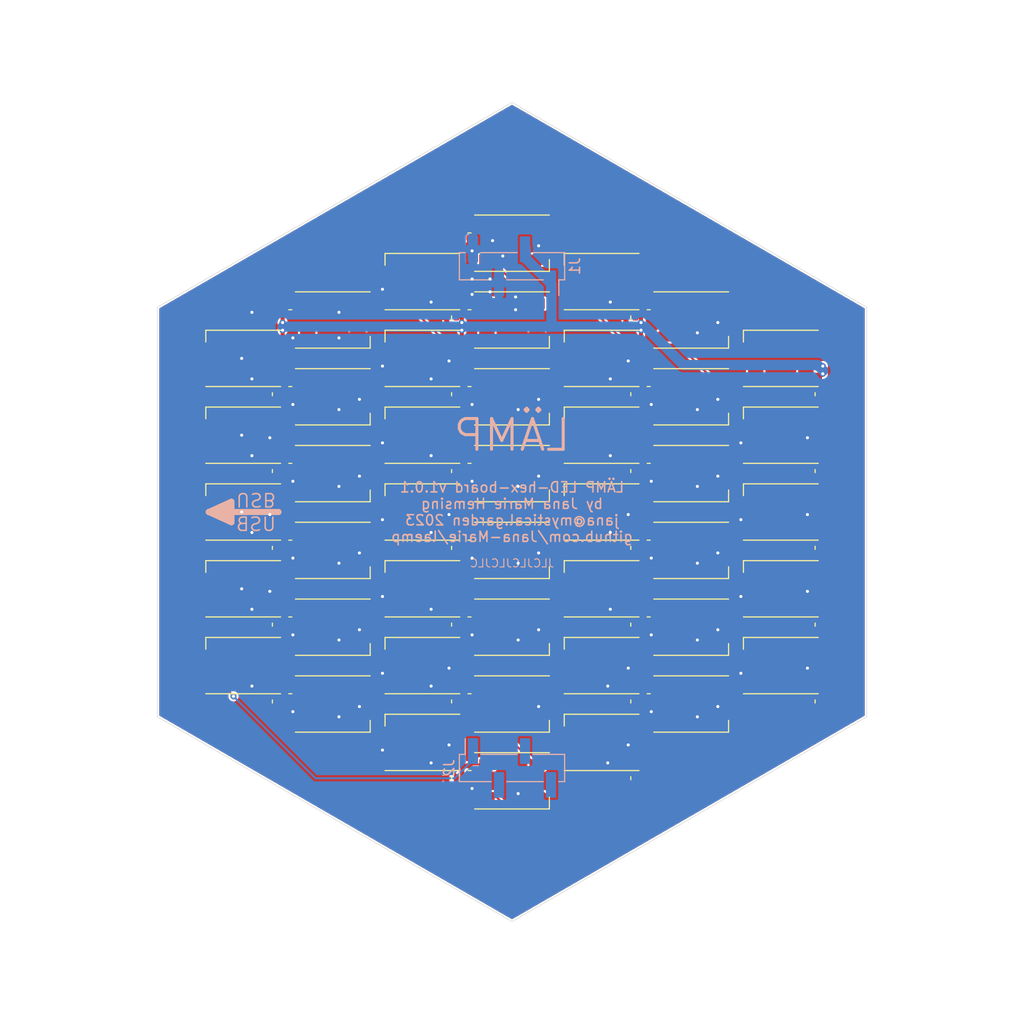
<source format=kicad_pcb>
(kicad_pcb (version 20211014) (generator pcbnew)
  (layers (0 "F.Cu" signal) (31 "B.Cu" signal) (34 "B.Paste" user) (35 "F.Paste" user) (36 "B.SilkS" user "B.Silkscreen") (37 "F.SilkS" user "F.Silkscreen") (38 "B.Mask" user) (39 "F.Mask" user) (44 "Edge.Cuts" user))
  (net 0 "")
  (net 1 "GND")
  (net 2 "VBUS")
  (net 3 "Net-(D1-Pad4)")
  (net 4 "DIN")
  (net 5 "Net-(D2-Pad4)")
  (net 6 "Net-(D25-Pad4)")
  (net 7 "Net-(D4-Pad4)")
  (net 8 "Net-(D5-Pad4)")
  (net 9 "Net-(D6-Pad4)")
  (net 10 "Net-(D7-Pad4)")
  (net 11 "Net-(D8-Pad4)")
  (net 12 "Net-(D10-Pad2)")
  (net 13 "Net-(D10-Pad4)")
  (net 14 "Net-(D11-Pad4)")
  (net 15 "Net-(D12-Pad4)")
  (net 16 "Net-(D13-Pad4)")
  (net 17 "Net-(D14-Pad4)")
  (net 18 "Net-(D15-Pad4)")
  (net 19 "Net-(D16-Pad4)")
  (net 20 "Net-(D17-Pad4)")
  (net 21 "Net-(D18-Pad4)")
  (net 22 "Net-(D19-Pad4)")
  (net 23 "Net-(D20-Pad4)")
  (net 24 "Net-(D21-Pad4)")
  (net 25 "Net-(D22-Pad4)")
  (net 26 "Net-(D23-Pad4)")
  (net 27 "Net-(D24-Pad4)")
  (net 28 "Net-(D26-Pad4)")
  (net 29 "Net-(D27-Pad4)")
  (net 30 "Net-(D28-Pad4)")
  (net 31 "Net-(D29-Pad4)")
  (net 32 "Net-(D30-Pad4)")
  (net 33 "Net-(D31-Pad4)")
  (net 34 "Net-(D32-Pad4)")
  (net 35 "Net-(D33-Pad4)")
  (net 36 "Net-(D34-Pad4)")
  (net 37 "Net-(D35-Pad4)")
  (net 38 "Net-(D36-Pad4)")
  (net 39 "Net-(D37-Pad4)")
  (net 40 "Net-(D38-Pad4)")
  (net 41 "Net-(D39-Pad4)")
  (net 42 "Net-(D40-Pad4)")
  (net 43 "Net-(D41-Pad4)")
  (net 44 "Net-(D42-Pad4)")
  (net 45 "Net-(D43-Pad4)")
  (net 46 "Net-(D44-Pad4)")
  (net 47 "Net-(D26-Pad2)")
  (net 48 "Net-(J2-Pad4)")
  (net 49 "Net-(J2-Pad2)")
  (net 50 "Net-(J2-Pad3)")
  (footprint "otter:C_0402" (layer "F.Cu") (at 95.85 95.25 -90)
    (fp_text reference "C1" hide)
    (fp_text value "100n" hide)
  )
  (footprint "otter:C_0402" (layer "F.Cu") (at 78.35 80.25 -90)
    (fp_text reference "C2" hide)
    (fp_text value "100n" hide)
  )
  (footprint "otter:C_0402" (layer "F.Cu") (at 76.6 103.5 180)
    (fp_text reference "C4" hide)
    (fp_text value "100n" hide)
  )
  (footprint "otter:C_0402" (layer "F.Cu") (at 94.1 81 180)
    (fp_text reference "C5" hide)
    (fp_text value "100n" hide)
  )
  (footprint "otter:C_0402" (layer "F.Cu") (at 113.35 80.25 -90)
    (fp_text reference "C6" hide)
    (fp_text value "100n" hide)
  )
  (footprint "otter:C_0402" (layer "F.Cu") (at 95.85 87.75 -90)
    (fp_text reference "C7" hide)
    (fp_text value "100n" hide)
  )
  (footprint "otter:C_0402" (layer "F.Cu") (at 94.1 111 180)
    (fp_text reference "C8" hide)
    (fp_text value "100n" hide)
  )
  (footprint "otter:C_0402" (layer "F.Cu") (at 76.6 88.5 180)
    (fp_text reference "C9" hide)
    (fp_text value "100n" hide)
  )
  (footprint "otter:C_0402" (layer "F.Cu") (at 78.35 87.75 -90)
    (fp_text reference "C10" hide)
    (fp_text value "100n" hide)
  )
  (footprint "otter:C_0402" (layer "F.Cu") (at 76.6 96 180)
    (fp_text reference "C11" hide)
    (fp_text value "100n" hide)
  )
  (footprint "otter:C_0402" (layer "F.Cu") (at 111.6 103.5 180)
    (fp_text reference "C12" hide)
    (fp_text value "100n" hide)
  )
  (footprint "otter:C_0402" (layer "F.Cu") (at 111.6 96 180)
    (fp_text reference "C13" hide)
    (fp_text value "100n" hide)
  )
  (footprint "otter:C_0402" (layer "F.Cu") (at 94.1 126 180)
    (fp_text reference "C14" hide)
    (fp_text value "100n" hide)
  )
  (footprint "otter:C_0402" (layer "F.Cu") (at 94.1 103.5 180)
    (fp_text reference "C15" hide)
    (fp_text value "100n" hide)
  )
  (footprint "otter:C_0402" (layer "F.Cu") (at 113.35 117.75 -90)
    (fp_text reference "C16" hide)
    (fp_text value "100n" hide)
  )
  (footprint "otter:C_0402" (layer "F.Cu") (at 94.1 96 180)
    (fp_text reference "C17" hide)
    (fp_text value "100n" hide)
  )
  (footprint "otter:C_0402" (layer "F.Cu") (at 94.1 88.5 180)
    (fp_text reference "C18" hide)
    (fp_text value "100n" hide)
  )
  (footprint "otter:C_0402" (layer "F.Cu") (at 76.6 111 180)
    (fp_text reference "C19" hide)
    (fp_text value "100n" hide)
  )
  (footprint "otter:C_0402" (layer "F.Cu") (at 111.6 126 180)
    (fp_text reference "C20" hide)
    (fp_text value "100n" hide)
  )
  (footprint "otter:C_0402" (layer "F.Cu") (at 111.6 118.5 180)
    (fp_text reference "C21" hide)
    (fp_text value "100n" hide)
  )
  (footprint "otter:C_0402" (layer "F.Cu") (at 111.6 111 180)
    (fp_text reference "C22" hide)
    (fp_text value "100n" hide)
  )
  (footprint "otter:C_0402" (layer "F.Cu") (at 111.6 81 180)
    (fp_text reference "C23" hide)
    (fp_text value "100n" hide)
  )
  (footprint "otter:C_0402" (layer "F.Cu") (at 95.85 72.75 -90)
    (fp_text reference "C24" hide)
    (fp_text value "100n" hide)
  )
  (footprint "otter:C_0402" (layer "F.Cu") (at 78.35 110.25 -90)
    (fp_text reference "C25" hide)
    (fp_text value "100n" hide)
  )
  (footprint "otter:C_0402" (layer "F.Cu") (at 78.35 95.25 -90)
    (fp_text reference "C3" hide)
    (fp_text value "100n" hide)
  )
  (footprint "otter:C_0402" (layer "F.Cu") (at 113.35 110.25 -90)
    (fp_text reference "C26" hide)
    (fp_text value "100n" hide)
  )
  (footprint "otter:C_0402" (layer "F.Cu") (at 95.85 80.25 -90)
    (fp_text reference "C27" hide)
    (fp_text value "100n" hide)
  )
  (footprint "otter:C_0402" (layer "F.Cu") (at 113.35 102.75 -90)
    (fp_text reference "C28" hide)
    (fp_text value "100n" hide)
  )
  (footprint "otter:C_0402" (layer "F.Cu") (at 113.35 95.25 -90)
    (fp_text reference "C29" hide)
    (fp_text value "100n" hide)
  )
  (footprint "otter:C_0402" (layer "F.Cu") (at 78.35 102.75 -90)
    (fp_text reference "C30" hide)
    (fp_text value "100n" hide)
  )
  (footprint "otter:C_0402" (layer "F.Cu") (at 95.85 102.75 -90)
    (fp_text reference "C31" hide)
    (fp_text value "100n" hide)
  )
  (footprint "otter:C_0402" (layer "F.Cu") (at 129.6 111 180)
    (fp_text reference "C32" hide)
    (fp_text value "100n" hide)
  )
  (footprint "otter:C_0402" (layer "F.Cu") (at 94.1 118.5 180)
    (fp_text reference "C33" hide)
    (fp_text value "100n" hide)
  )
  (footprint "otter:C_0402" (layer "F.Cu") (at 95.85 110.25 -90)
    (fp_text reference "C34" hide)
    (fp_text value "100n" hide)
  )
  (footprint "otter:C_0402" (layer "F.Cu") (at 113.35 87.75 -90)
    (fp_text reference "C35" hide)
    (fp_text value "100n" hide)
  )
  (footprint "otter:C_0402" (layer "F.Cu") (at 111.6 88.5 180)
    (fp_text reference "C36" hide)
    (fp_text value "100n" hide)
  )
  (footprint "otter:C_0402" (layer "F.Cu") (at 78.35 117.75 -90)
    (fp_text reference "C37" hide)
    (fp_text value "100n" hide)
  )
  (footprint "otter:C_0402" (layer "F.Cu") (at 95.85 117.75 -90)
    (fp_text reference "C38" hide)
    (fp_text value "100n" hide)
  )
  (footprint "otter:C_0402" (layer "F.Cu") (at 95.85 125.25 -90)
    (fp_text reference "C39" hide)
    (fp_text value "100n" hide)
  )
  (footprint "otter:C_0402" (layer "F.Cu") (at 76.6 118.5 180)
    (fp_text reference "C40" hide)
    (fp_text value "100n" hide)
  )
  (footprint "otter:C_0402" (layer "F.Cu") (at 129.6 118.5 180)
    (fp_text reference "C41" hide)
    (fp_text value "100n" hide)
  )
  (footprint "LED_SMD:LED_SK6812_PLCC4_5.0x5.0mm_P3.2mm" (layer "F.Cu") (at 73.75 115 180)
    (fp_text reference "D1" hide)
    (fp_text value "SK6812")
  )
  (footprint "LED_SMD:LED_SK6812_PLCC4_5.0x5.0mm_P3.2mm" (layer "F.Cu") (at 73.75 107.5 180)
    (fp_text reference "D2" hide)
    (fp_text value "SK6812")
  )
  (footprint "LED_SMD:LED_SK6812_PLCC4_5.0x5.0mm_P3.2mm" (layer "F.Cu") (at 73.75 92.5 180)
    (fp_text reference "D5" hide)
    (fp_text value "SK6812")
  )
  (footprint "LED_SMD:LED_SK6812_PLCC4_5.0x5.0mm_P3.2mm" (layer "F.Cu") (at 73.75 85 180)
    (fp_text reference "D6" hide)
    (fp_text value "SK6812")
  )
  (footprint "LED_SMD:LED_SK6812_PLCC4_5.0x5.0mm_P3.2mm" (layer "F.Cu") (at 82.5 81.25)
    (fp_text reference "D7" hide)
    (fp_text value "SK6812")
  )
  (footprint "LED_SMD:LED_SK6812_PLCC4_5.0x5.0mm_P3.2mm" (layer "F.Cu") (at 82.5 88.75)
    (fp_text reference "D8" hide)
    (fp_text value "SK6812")
  )
  (footprint "LED_SMD:LED_SK6812_PLCC4_5.0x5.0mm_P3.2mm" (layer "F.Cu") (at 82.5 96.25)
    (fp_text reference "D9" hide)
    (fp_text value "SK6812")
  )
  (footprint "LED_SMD:LED_SK6812_PLCC4_5.0x5.0mm_P3.2mm" (layer "F.Cu") (at 82.5 111.25)
    (fp_text reference "D11" hide)
    (fp_text value "SK6812")
  )
  (footprint "LED_SMD:LED_SK6812_PLCC4_5.0x5.0mm_P3.2mm" (layer "F.Cu") (at 82.5 118.75)
    (fp_text reference "D12" hide)
    (fp_text value "SK6812")
  )
  (footprint "LED_SMD:LED_SK6812_PLCC4_5.0x5.0mm_P3.2mm" (layer "F.Cu") (at 91.25 122.5 180)
    (fp_text reference "D13" hide)
    (fp_text value "SK6812")
  )
  (footprint "LED_SMD:LED_SK6812_PLCC4_5.0x5.0mm_P3.2mm" (layer "F.Cu") (at 91.25 115 180)
    (fp_text reference "D14" hide)
    (fp_text value "SK6812")
  )
  (footprint "LED_SMD:LED_SK6812_PLCC4_5.0x5.0mm_P3.2mm" (layer "F.Cu") (at 91.25 107.5 180)
    (fp_text reference "D15" hide)
    (fp_text value "SK6812")
  )
  (footprint "LED_SMD:LED_SK6812_PLCC4_5.0x5.0mm_P3.2mm" (layer "F.Cu") (at 91.25 100 180)
    (fp_text reference "D16" hide)
    (fp_text value "SK6812")
  )
  (footprint "LED_SMD:LED_SK6812_PLCC4_5.0x5.0mm_P3.2mm" (layer "F.Cu") (at 91.25 92.5 180)
    (fp_text reference "D17" hide)
    (fp_text value "SK6812")
  )
  (footprint "LED_SMD:LED_SK6812_PLCC4_5.0x5.0mm_P3.2mm" (layer "F.Cu") (at 91.25 85 180)
    (fp_text reference "D18" hide)
    (fp_text value "SK6812")
  )
  (footprint "LED_SMD:LED_SK6812_PLCC4_5.0x5.0mm_P3.2mm" (layer "F.Cu") (at 91.25 77.5 180)
    (fp_text reference "D19" hide)
    (fp_text value "SK6812")
  )
  (footprint "LED_SMD:LED_SK6812_PLCC4_5.0x5.0mm_P3.2mm" (layer "F.Cu") (at 100 73.75)
    (fp_text reference "D20" hide)
    (fp_text value "SK6812")
  )
  (footprint "LED_SMD:LED_SK6812_PLCC4_5.0x5.0mm_P3.2mm" (layer "F.Cu") (at 100 81.25)
    (fp_text reference "D21" hide)
    (fp_text value "SK6812")
  )
  (footprint "LED_SMD:LED_SK6812_PLCC4_5.0x5.0mm_P3.2mm" (layer "F.Cu") (at 100 88.75)
    (fp_text reference "D22" hide)
    (fp_text value "SK6812")
  )
  (footprint "LED_SMD:LED_SK6812_PLCC4_5.0x5.0mm_P3.2mm" (layer "F.Cu") (at 100 96.25)
    (fp_text reference "D23" hide)
    (fp_text value "SK6812")
  )
  (footprint "LED_SMD:LED_SK6812_PLCC4_5.0x5.0mm_P3.2mm" (layer "F.Cu") (at 100 103.75)
    (fp_text reference "D24" hide)
    (fp_text value "SK6812")
  )
  (footprint "LED_SMD:LED_SK6812_PLCC4_5.0x5.0mm_P3.2mm" (layer "F.Cu") (at 100 111.25)
    (fp_text reference "D25" hide)
    (fp_text value "SK6812")
  )
  (footprint "LED_SMD:LED_SK6812_PLCC4_5.0x5.0mm_P3.2mm" (layer "F.Cu") (at 100 118.75)
    (fp_text reference "D3" hide)
    (fp_text value "SK6812")
  )
  (footprint "LED_SMD:LED_SK6812_PLCC4_5.0x5.0mm_P3.2mm" (layer "F.Cu") (at 100 126.25)
    (fp_text reference "D26" hide)
    (fp_text value "SK6812")
  )
  (footprint "LED_SMD:LED_SK6812_PLCC4_5.0x5.0mm_P3.2mm" (layer "F.Cu") (at 108.75 122.5 180)
    (fp_text reference "D27" hide)
    (fp_text value "SK6812")
  )
  (footprint "LED_SMD:LED_SK6812_PLCC4_5.0x5.0mm_P3.2mm" (layer "F.Cu") (at 108.75 115 180)
    (fp_text reference "D28" hide)
    (fp_text value "SK6812")
  )
  (footprint "LED_SMD:LED_SK6812_PLCC4_5.0x5.0mm_P3.2mm" (layer "F.Cu") (at 108.75 107.5 180)
    (fp_text reference "D29" hide)
    (fp_text value "SK6812")
  )
  (footprint "LED_SMD:LED_SK6812_PLCC4_5.0x5.0mm_P3.2mm" (layer "F.Cu") (at 108.75 100 180)
    (fp_text reference "D30" hide)
    (fp_text value "SK6812")
  )
  (footprint "LED_SMD:LED_SK6812_PLCC4_5.0x5.0mm_P3.2mm" (layer "F.Cu") (at 108.75 92.5 180)
    (fp_text reference "D31" hide)
    (fp_text value "SK6812")
  )
  (footprint "LED_SMD:LED_SK6812_PLCC4_5.0x5.0mm_P3.2mm" (layer "F.Cu") (at 108.75 85 180)
    (fp_text reference "D32" hide)
    (fp_text value "SK6812")
  )
  (footprint "LED_SMD:LED_SK6812_PLCC4_5.0x5.0mm_P3.2mm" (layer "F.Cu") (at 108.75 77.5 180)
    (fp_text reference "D33" hide)
    (fp_text value "SK6812")
  )
  (footprint "LED_SMD:LED_SK6812_PLCC4_5.0x5.0mm_P3.2mm" (layer "F.Cu") (at 117.5 81.25)
    (fp_text reference "D34" hide)
    (fp_text value "SK6812")
  )
  (footprint "LED_SMD:LED_SK6812_PLCC4_5.0x5.0mm_P3.2mm" (layer "F.Cu") (at 117.5 88.75)
    (fp_text reference "D35" hide)
    (fp_text value "SK6812")
  )
  (footprint "LED_SMD:LED_SK6812_PLCC4_5.0x5.0mm_P3.2mm" (layer "F.Cu") (at 117.5 96.25)
    (fp_text reference "D36" hide)
    (fp_text value "SK6812")
  )
  (footprint "LED_SMD:LED_SK6812_PLCC4_5.0x5.0mm_P3.2mm" (layer "F.Cu") (at 117.5 103.75)
    (fp_text reference "D37" hide)
    (fp_text value "SK6812")
  )
  (footprint "LED_SMD:LED_SK6812_PLCC4_5.0x5.0mm_P3.2mm" (layer "F.Cu") (at 117.5 111.25)
    (fp_text reference "D38" hide)
    (fp_text value "SK6812")
  )
  (footprint "LED_SMD:LED_SK6812_PLCC4_5.0x5.0mm_P3.2mm" (layer "F.Cu") (at 117.5 118.75)
    (fp_text reference "D39" hide)
    (fp_text value "SK6812")
  )
  (footprint "LED_SMD:LED_SK6812_PLCC4_5.0x5.0mm_P3.2mm" (layer "F.Cu") (at 126.25 115 180)
    (fp_text reference "D40" hide)
    (fp_text value "SK6812")
  )
  (footprint "LED_SMD:LED_SK6812_PLCC4_5.0x5.0mm_P3.2mm" (layer "F.Cu") (at 126.25 107.5 180)
    (fp_text reference "D41" hide)
    (fp_text value "SK6812")
  )
  (footprint "LED_SMD:LED_SK6812_PLCC4_5.0x5.0mm_P3.2mm" (layer "F.Cu") (at 82.5 103.75)
    (fp_text reference "D10" hide)
    (fp_text value "SK6812")
  )
  (footprint "otter:C_0402" (layer "F.Cu") (at 129.6 96 180)
    (fp_text reference "C42" hide)
    (fp_text value "100n" hide)
  )
  (footprint "otter:C_0402" (layer "F.Cu") (at 129.6 103.5 180)
    (fp_text reference "C44" hide)
    (fp_text value "100n" hide)
  )
  (footprint "LED_SMD:LED_SK6812_PLCC4_5.0x5.0mm_P3.2mm" (layer "F.Cu") (at 126.25 100 180)
    (fp_text reference "D42" hide)
    (fp_text value "SK6812")
  )
  (footprint "LED_SMD:LED_SK6812_PLCC4_5.0x5.0mm_P3.2mm" (layer "F.Cu") (at 126.25 92.5 180)
    (fp_text reference "D43" hide)
    (fp_text value "SK6812")
  )
  (footprint "LED_SMD:LED_SK6812_PLCC4_5.0x5.0mm_P3.2mm" (layer "F.Cu") (at 126.25 85 180)
    (fp_text reference "D44" hide)
    (fp_text value "SK6812")
  )
  (footprint "otter:C_0402" (layer "F.Cu") (at 129.6 88.5 180)
    (fp_text reference "C43" hide)
    (fp_text value "100n" hide)
  )
  (footprint "LED_SMD:LED_SK6812_PLCC4_5.0x5.0mm_P3.2mm" (layer "F.Cu") (at 73.75 100 180)
    (fp_text reference "D4" hide)
    (fp_text value "SK6812")
  )
  (footprint "Connector_PinHeader_2.54mm:PinHeader_1x04_P2.54mm_Vertical_SMD_Pin1Left" (layer "B.Cu") (at 100 76 90)
    (fp_text reference "J1")
    (fp_text value "Conn_01x04")
  )
  (footprint "Connector_PinHeader_2.54mm:PinHeader_1x04_P2.54mm_Vertical_SMD_Pin1Left" (layer "B.Cu") (at 100 125 -90)
    (fp_text reference "J2")
    (fp_text value "Conn_01x04")
  )
  (gr_line (start 72.6 99.6) (end 70.4 100) (layer "B.SilkS") (width 0.6))
  (gr_line (start 70.4 100) (end 72.6 99) (layer "B.SilkS") (width 0.6))
  (gr_line (start 70.4 100) (end 77.2 100) (layer "B.SilkS") (width 0.6))
  (gr_line (start 72.6 99) (end 72.6 101) (layer "B.SilkS") (width 0.6))
  (gr_line (start 72.6 101) (end 70.4 100) (layer "B.SilkS") (width 0.6))
  (gr_line (start 72.6 100.6) (end 70.4 100) (layer "B.SilkS") (width 0.6))
  (gr_line (start 100.000016 60) (end 65.359 80) (layer "Edge.Cuts") (width 0.05))
  (gr_line (start 65.359 80) (end 65.359 120) (layer "Edge.Cuts") (width 0.05))
  (gr_line (start 134.641032 80) (end 100.000016 60) (layer "Edge.Cuts") (width 0.05))
  (gr_line (start 100.000016 140) (end 134.641032 120) (layer "Edge.Cuts") (width 0.05))
  (gr_line (start 134.641032 120) (end 134.641032 80) (layer "Edge.Cuts") (width 0.05))
  (gr_line (start 65.359 120) (end 100.000016 140) (layer "Edge.Cuts") (width 0.05))
  (gr_text "USB" (at 75 98.8 180) (layer "B.SilkS") (effects (font (size 1.3 1.3)) (justify mirror)))
  (gr_text "LÄMP" (at 100 92.5) (layer "B.SilkS") (effects (font (size 3 3) (thickness 0.3)) (justify mirror)))
  (gr_text "LÄMP LED-hex-board v1.0.1\nby Jana Marie Hemsing\njana@mystical.garden 2023\ngithub.com/Jana-Marie/laemp" (at 100 100) (layer "B.SilkS") (effects (font (size 1 1)) (justify mirror)))
  (gr_text "USB" (at 75 101.2) (layer "B.SilkS") (effects (font (size 1.3 1.3)) (justify mirror)))
  (gr_text "JLCJLCJLCJLC" (at 100 105) (layer "B.SilkS") (effects (font (size 0.8 0.8) (thickness 0.1)) (justify mirror)))
  (via (at 102.6 89) (size 0.6) (drill 0.3) (layers "F.Cu" "B.Cu") (net 1))
  (via (at 100.6 90) (size 0.6) (drill 0.3) (layers "F.Cu" "B.Cu") (net 1))
  (via (at 96.1 89.5) (size 0.6) (drill 0.3) (layers "F.Cu" "B.Cu") (net 1))
  (via (at 96.1 112) (size 0.6) (drill 0.3) (layers "F.Cu" "B.Cu") (net 1))
  (via (at 102.6 119) (size 0.6) (drill 0.3) (layers "F.Cu" "B.Cu") (net 1))
  (via (at 113.6 119.5) (size 0.6) (drill 0.3) (layers "F.Cu" "B.Cu") (net 1))
  (via (at 100.6 112.5) (size 0.6) (drill 0.3) (layers "F.Cu" "B.Cu") (net 1))
  (via (at 102.6 111.5) (size 0.6) (drill 0.3) (layers "F.Cu" "B.Cu") (net 1))
  (via (at 109.35 124.5) (size 0.6) (drill 0.3) (layers "F.Cu" "B.Cu") (net 1))
  (via (at 87.35 100.75) (size 0.6) (drill 0.3) (layers "F.Cu" "B.Cu") (net 1))
  (via (at 92.1 109.5) (size 0.6) (drill 0.3) (layers "F.Cu" "B.Cu") (net 1))
  (via (at 92.1 102) (size 0.6) (drill 0.3) (layers "F.Cu" "B.Cu") (net 1))
  (via (at 93.85 100.25) (size 0.6) (drill 0.3) (layers "F.Cu" "B.Cu") (net 1))
  (via (at 87.35 108.25) (size 0.6) (drill 0.3) (layers "F.Cu" "B.Cu") (net 1))
  (via (at 76.35 100.25) (size 0.6) (drill 0.3) (layers "F.Cu" "B.Cu") (net 1))
  (via (at 92.1 79.5) (size 0.6) (drill 0.3) (layers "F.Cu" "B.Cu") (net 1))
  (via (at 92.1 94.5) (size 0.6) (drill 0.3) (layers "F.Cu" "B.Cu") (net 1))
  (via (at 85.1 111.5) (size 0.6) (drill 0.3) (layers "F.Cu" "B.Cu") (net 1))
  (via (at 118.1 82.5) (size 0.6) (drill 0.3) (layers "F.Cu" "B.Cu") (net 1))
  (via (at 118.1 97.5) (size 0.6) (drill 0.3) (layers "F.Cu" "B.Cu") (net 1))
  (via (at 111.35 85.25) (size 0.6) (drill 0.3) (layers "F.Cu" "B.Cu") (net 1))
  (via (at 96.1 97) (size 0.6) (drill 0.3) (layers "F.Cu" "B.Cu") (net 1))
  (via (at 128.85 107.75) (size 0.6) (drill 0.3) (layers "F.Cu" "B.Cu") (net 1))
  (via (at 122.35 115.75) (size 0.6) (drill 0.3) (layers "F.Cu" "B.Cu") (net 1))
  (via (at 73.6 100) (size 0.6) (drill 0.3) (layers "F.Cu" "B.Cu") (net 1))
  (via (at 73.6 92.5) (size 0.6) (drill 0.3) (layers "F.Cu" "B.Cu") (net 1))
  (via (at 78.6 112) (size 0.6) (drill 0.3) (layers "F.Cu" "B.Cu") (net 1))
  (via (at 74.6 117) (size 0.6) (drill 0.3) (layers "F.Cu" "B.Cu") (net 1))
  (via (at 87.35 123.25) (size 0.6) (drill 0.3) (layers "F.Cu" "B.Cu") (net 1))
  (via (at 118.1 105) (size 0.6) (drill 0.3) (layers "F.Cu" "B.Cu") (net 1))
  (via (at 73.6 85) (size 0.6) (drill 0.3) (layers "F.Cu" "B.Cu") (net 1))
  (via (at 102.6 74) (size 0.6) (drill 0.3) (layers "F.Cu" "B.Cu") (net 1))
  (via (at 74.6 109.5) (size 0.6) (drill 0.3) (layers "F.Cu" "B.Cu") (net 1))
  (via (at 87.35 93.25) (size 0.6) (drill 0.3) (layers "F.Cu" "B.Cu") (net 1))
  (via (at 83.1 97.5) (size 0.6) (drill 0.3) (layers "F.Cu" "B.Cu") (net 1))
  (via (at 83.1 112.5) (size 0.6) (drill 0.3) (layers "F.Cu" "B.Cu") (net 1))
  (via (at 120.1 96.5) (size 0.6) (drill 0.3) (layers "F.Cu" "B.Cu") (net 1))
  (via (at 100.6 127.5) (size 0.6) (drill 0.3) (layers "F.Cu" "B.Cu") (net 1))
  (via (at 93.85 115.25) (size 0.6) (drill 0.3) (layers "F.Cu" "B.Cu") (net 1))
  (via (at 120.1 119) (size 0.6) (drill 0.3) (layers "F.Cu" "B.Cu") (net 1))
  (via (at 85.1 96.5) (size 0.6) (drill 0.3) (layers "F.Cu" "B.Cu") (net 1))
  (via (at 118.1 90) (size 0.6) (drill 0.3) (layers "F.Cu" "B.Cu") (net 1))
  (via (at 96.1 104.5) (size 0.6) (drill 0.3) (layers "F.Cu" "B.Cu") (net 1))
  (via (at 83.1 83) (size 0.6) (drill 0.3) (layers "F.Cu" "B.Cu") (net 1))
  (via (at 120.1 81.5) (size 0.6) (drill 0.3) (layers "F.Cu" "B.Cu") (net 1))
  (via (at 83.1 105) (size 0.6) (drill 0.3) (layers "F.Cu" "B.Cu") (net 1))
  (via (at 113.6 89.5) (size 0.6) (drill 0.3) (layers "F.Cu" "B.Cu") (net 1))
  (via (at 85.1 89) (size 0.6) (drill 0.3) (layers "F.Cu" "B.Cu") (net 1))
  (via (at 92.1 117) (size 0.6) (drill 0.3) (layers "F.Cu" "B.Cu") (net 1))
  (via (at 98.1 73.5) (size 0.6) (drill 0.3) (layers "F.Cu" "B.Cu") (net 1))
  (via (at 100.35 80.25) (size 0.6) (drill 0.3) (layers "F.Cu" "B.Cu") (net 1))
  (via (at 128.85 92.75) (size 0.6) (drill 0.3) (layers "F.Cu" "B.Cu") (net 1))
  (via (at 87.35 115.75) (size 0.6) (drill 0.3) (layers "F.Cu" "B.Cu") (net 1))
  (via (at 85.1 104) (size 0.6) (drill 0.3) (layers "F.Cu" "B.Cu") (net 1))
  (via (at 99.1 75) (size 0.6) (drill 0.3) (layers "F.Cu" "B.Cu") (net 1))
  (via (at 97.85 77.25) (size 0.6) (drill 0.3) (layers "F.Cu" "B.Cu") (net 1))
  (via (at 74.6 87) (size 0.6) (drill 0.3) (layers "F.Cu" "B.Cu") (net 1))
  (via (at 76.35 92.75) (size 0.6) (drill 0.3) (layers "F.Cu" "B.Cu") (net 1))
  (via (at 92.1 87) (size 0.6) (drill 0.3) (layers "F.Cu" "B.Cu") (net 1))
  (via (at 111.35 122.75) (size 0.6) (drill 0.3) (layers "F.Cu" "B.Cu") (net 1))
  (via (at 100.6 105) (size 0.6) (drill 0.3) (layers "F.Cu" "B.Cu") (net 1))
  (via (at 74.6 80.5) (size 0.6) (drill 0.3) (layers "F.Cu" "B.Cu") (net 1))
  (via (at 100.6 97.5) (size 0.6) (drill 0.3) (layers "F.Cu" "B.Cu") (net 1))
  (via (at 74.6 94.5) (size 0.6) (drill 0.3) (layers "F.Cu" "B.Cu") (net 1))
  (via (at 109.6 79.5) (size 0.6) (drill 0.3) (layers "F.Cu" "B.Cu") (net 1))
  (via (at 83.1 90) (size 0.6) (drill 0.3) (layers "F.Cu" "B.Cu") (net 1))
  (via (at 109.6 94.5) (size 0.6) (drill 0.3) (layers "F.Cu" "B.Cu") (net 1))
  (via (at 109.35 117) (size 0.6) (drill 0.3) (layers "F.Cu" "B.Cu") (net 1))
  (via (at 73.6 107.5) (size 0.6) (drill 0.3) (layers "F.Cu" "B.Cu") (net 1))
  (via (at 96.1 127) (size 0.6) (drill 0.3) (layers "F.Cu" "B.Cu") (net 1))
  (via (at 118.1 120) (size 0.6) (drill 0.3) (layers "F.Cu" "B.Cu") (net 1))
  (via (at 102.6 104) (size 0.6) (drill 0.3) (layers "F.Cu" "B.Cu") (net 1))
  (via (at 96.1 77.25) (size 0.6) (drill 0.3) (layers "F.Cu" "B.Cu") (net 1))
  (via (at 85.1 119) (size 0.6) (drill 0.3) (layers "F.Cu" "B.Cu") (net 1))
  (via (at 122.35 100.75) (size 0.6) (drill 0.3) (layers "F.Cu" "B.Cu") (net 1))
  (via (at 128.85 115.25) (size 0.6) (drill 0.3) (layers "F.Cu" "B.Cu") (net 1))
  (via (at 111.35 100.25) (size 0.6) (drill 0.3) (layers "F.Cu" "B.Cu") (net 1))
  (via (at 87.35 78.25) (size 0.6) (drill 0.3) (layers "F.Cu" "B.Cu") (net 1))
  (via (at 93.85 85.25) (size 0.6) (drill 0.3) (layers "F.Cu" "B.Cu") (net 1))
  (via (at 83.1 80.5) (size 0.6) (drill 0.3) (layers "F.Cu" "B.Cu") (net 1))
  (via (at 78.6 89.5) (size 0.6) (drill 0.3) (layers "F.Cu" "B.Cu") (net 1))
  (via (at 93.85 122.75) (size 0.6) (drill 0.3) (layers "F.Cu" "B.Cu") (net 1))
  (via (at 120.1 111.5) (size 0.6) (drill 0.3) (layers "F.Cu" "B.Cu") (net 1))
  (via (at 122.35 93.25) (size 0.6) (drill 0.3) (layers "F.Cu" "B.Cu") (net 1))
  (via (at 100.35 79) (size 0.6) (drill 0.3) (layers "F.Cu" "B.Cu") (net 1))
  (via (at 109.6 109.5) (size 0.6) (drill 0.3) (layers "F.Cu" "B.Cu") (net 1))
  (via (at 109.6 87) (size 0.6) (drill 0.3) (layers "F.Cu" "B.Cu") (net 1))
  (via (at 113.6 104.5) (size 0.6) (drill 0.3) (layers "F.Cu" "B.Cu") (net 1))
  (via (at 87.35 85.75) (size 0.6) (drill 0.3) (layers "F.Cu" "B.Cu") (net 1))
  (via (at 78.6 104.5) (size 0.6) (drill 0.3) (layers "F.Cu" "B.Cu") (net 1))
  (via (at 109.6 102) (size 0.6) (drill 0.3) (layers "F.Cu" "B.Cu") (net 1))
  (via (at 74.6 102) (size 0.6) (drill 0.3) (layers "F.Cu" "B.Cu") (net 1))
  (via (at 78.6 97) (size 0.6) (drill 0.3) (layers "F.Cu" "B.Cu") (net 1))
  (via (at 78.6 119.5) (size 0.6) (drill 0.3) (layers "F.Cu" "B.Cu") (net 1))
  (via (at 96.1 74.5) (size 0.6) (drill 0.3) (layers "F.Cu" "B.Cu") (net 1))
  (via (at 96.1 78.75) (size 0.6) (drill 0.3) (layers "F.Cu" "B.Cu") (net 1))
  (via (at 118.1 112.5) (size 0.6) (drill 0.3) (layers "F.Cu" "B.Cu") (net 1))
  (via (at 78.6 83) (size 0.6) (drill 0.3) (layers "F.Cu" "B.Cu") (net 1))
  (via (at 122.35 108.25) (size 0.6) (drill 0.3) (layers "F.Cu" "B.Cu") (net 1))
  (via (at 113.6 97) (size 0.6) (drill 0.3) (layers "F.Cu" "B.Cu") (net 1))
  (via (at 128.85 100.25) (size 0.6) (drill 0.3) (layers "F.Cu" "B.Cu") (net 1))
  (via (at 83.1 120) (size 0.6) (drill 0.3) (layers "F.Cu" "B.Cu") (net 1))
  (via (at 111.35 115.25) (size 0.6) (drill 0.3) (layers "F.Cu" "B.Cu") (net 1))
  (via (at 120.1 104) (size 0.6) (drill 0.3) (layers "F.Cu" "B.Cu") (net 1))
  (via (at 92.1 124.5) (size 0.6) (drill 0.3) (layers "F.Cu" "B.Cu") (net 1))
  (via (at 113.6 112) (size 0.6) (drill 0.3) (layers "F.Cu" "B.Cu") (net 1))
  (via (at 102.6 96.5) (size 0.6) (drill 0.3) (layers "F.Cu" "B.Cu") (net 1))
  (via (at 76.35 107.75) (size 0.6) (drill 0.3) (layers "F.Cu" "B.Cu") (net 1))
  (via (at 97.85 78.5) (size 0.6) (drill 0.3) (layers "F.Cu" "B.Cu") (net 1))
  (via (at 120.1 89) (size 0.6) (drill 0.3) (layers "F.Cu" "B.Cu") (net 1))
  (segment (start 95.98 117.15) (end 95.85 117.28) (width 0.2) (layer "F.Cu") (net 2))
  (segment (start 97.55 117.15) (end 95.98 117.15) (width 0.2) (layer "F.Cu") (net 2))
  (segment (start 77.6 87.33) (end 77.6 79.83) (width 0.4) (layer "F.Cu") (net 2))
  (segment (start 77.65 79.78) (end 78.35 79.78) (width 0.4) (layer "F.Cu") (net 2))
  (segment (start 77.6 79.83) (end 77.65 79.78) (width 0.4) (layer "F.Cu") (net 2))
  (segment (start 112.6 79.83) (end 112.65 79.78) (width 0.4) (layer "F.Cu") (net 2))
  (segment (start 112.6 87.33) (end 112.6 82.25) (width 0.4) (layer "F.Cu") (net 2))
  (segment (start 112.65 79.78) (end 113.35 79.78) (width 0.4) (layer "F.Cu") (net 2))
  (segment (start 112.6 81.5) (end 112.6 79.83) (width 0.4) (layer "F.Cu") (net 2))
  (segment (start 112.6 82.25) (end 112.6 81.5) (width 0.4) (layer "F.Cu") (net 2))
  (segment (start 130 94.1) (end 130.07 94.03) (width 0.4) (layer "F.Cu") (net 2))
  (segment (start 128.55 94.1) (end 130 94.1) (width 0.4) (layer "F.Cu") (net 2))
  (segment (start 77.5 111) (end 77.6 111.1) (width 0.3) (layer "F.Cu") (net 2))
  (segment (start 77.07 111) (end 77.5 111) (width 0.3) (layer "F.Cu") (net 2))
  (segment (start 76.2 116.6) (end 76.2 117.4) (width 0.3) (layer "F.Cu") (net 2))
  (segment (start 77.07 118.27) (end 77.07 118.5) (width 0.3) (layer "F.Cu") (net 2))
  (segment (start 76.2 117.4) (end 77.07 118.27) (width 0.3) (layer "F.Cu") (net 2))
  (segment (start 112.5 96) (end 112.6 96.1) (width 0.3) (layer "F.Cu") (net 2))
  (segment (start 130.07 96) (end 130.07 116.87) (width 0.4) (layer "F.Cu") (net 2))
  (segment (start 93.7 109.9) (end 94.57 110.77) (width 0.3) (layer "F.Cu") (net 2))
  (segment (start 128.55 109.1) (end 130 109.1) (width 0.4) (layer "F.Cu") (net 2))
  (segment (start 77.6 116.53) (end 77.6 109.83) (width 0.4) (layer "F.Cu") (net 2))
  (segment (start 111.2 124.9) (end 112.07 125.77) (width 0.3) (layer "F.Cu") (net 2))
  (segment (start 112.07 125.77) (end 112.07 126) (width 0.3) (layer "F.Cu") (net 2))
  (segment (start 95.98 124.65) (end 95.85 124.78) (width 0.2) (layer "F.Cu") (net 2))
  (segment (start 112.07 95.77) (end 112.07 96) (width 0.3) (layer "F.Cu") (net 2))
  (segment (start 77.6 116.53) (end 77.6 118.2) (width 0.4) (layer "F.Cu") (net 2))
  (segment (start 77.5 88.5) (end 77.6 88.6) (width 0.3) (layer "F.Cu") (net 2))
  (segment (start 112.07 88.27) (end 112.07 88.5) (width 0.3) (layer "F.Cu") (net 2))
  (segment (start 94.57 81) (end 95 81) (width 0.3) (layer "F.Cu") (net 2))
  (segment (start 112.6 109.83) (end 112.6 102.33) (width 0.4) (layer "F.Cu") (net 2))
  (segment (start 130.07 116.47) (end 130.07 116.87) (width 0.4) (layer "F.Cu") (net 2))
  (segment (start 77.07 88.5) (end 77.5 88.5) (width 0.3) (layer "F.Cu") (net 2))
  (segment (start 77.07 118.5) (end 77.3 118.5) (width 0.3) (layer "F.Cu") (net 2))
  (segment (start 95.98 102.15) (end 95.85 102.28) (width 0.2) (layer "F.Cu") (net 2))
  (segment (start 112.07 110.77) (end 112.07 111) (width 0.3) (layer "F.Cu") (net 2))
  (segment (start 95.1 102.33) (end 95.1 94.83) (width 0.4) (layer "F.Cu") (net 2))
  (segment (start 93.7 79.1) (end 93.7 79.9) (width 0.3) (layer "F.Cu") (net 2))
  (segment (start 95.98 79.65) (end 95.85 79.78) (width 0.2) (layer "F.Cu") (net 2))
  (segment (start 111.2 109.9) (end 112.07 110.77) (width 0.3) (layer "F.Cu") (net 2))
  (segment (start 95 111) (end 95.1 111.1) (width 0.3) (layer "F.Cu") (net 2))
  (segment (start 94.57 95.77) (end 94.57 96) (width 0.3) (layer "F.Cu") (net 2))
  (segment (start 95.15 72.28) (end 95.85 72.28) (width 0.4) (layer "F.Cu") (net 2))
  (segment (start 77.07 96) (end 77.5 96) (width 0.3) (layer "F.Cu") (net 2))
  (segment (start 112.07 80.77) (end 112.07 81) (width 0.3) (layer "F.Cu") (net 2))
  (segment (start 113.48 87.15) (end 113.35 87.28) (width 0.2) (layer "F.Cu") (net 2))
  (segment (start 95.1 94.83) (end 95.15 94.78) (width 0.4) (layer "F.Cu") (net 2))
  (segment (start 97.55 72.15) (end 95.98 72.15) (width 0.2) (layer "F.Cu") (net 2))
  (segment (start 113.35 117.28) (end 112.6 116.53) (width 0.4) (layer "F.Cu") (net 2))
  (segment (start 111.2 79.1) (end 111.2 79.9) (width 0.3) (layer "F.Cu") (net 2))
  (segment (start 95 88.5) (end 95.1 88.6) (width 0.3) (layer "F.Cu") (net 2))
  (segment (start 80.05 109.65) (end 78.48 109.65) (width 0.2) (layer "F.Cu") (net 2))
  (segment (start 78.35 117.28) (end 77.6 116.53) (width 0.4) (layer "F.Cu") (net 2))
  (segment (start 78.48 87.15) (end 78.35 87.28) (width 0.2) (layer "F.Cu") (net 2))
  (segment (start 93.7 124.9) (end 94.57 125.77) (width 0.3) (layer "F.Cu") (net 2))
  (segment (start 94.57 111) (end 95 111) (width 0.3) (layer "F.Cu") (net 2))
  (segment (start 112.6 87.33) (end 112.65 87.28) (width 0.4) (layer "F.Cu") (net 2))
  (segment (start 115.05 102.15) (end 113.48 102.15) (width 0.2) (layer "F.Cu") (net 2))
  (segment (start 77.07 95.77) (end 77.07 96) (width 0.3) (layer "F.Cu") (net 2))
  (segment (start 77.07 103.27) (end 77.07 103.5) (width 0.3) (layer "F.Cu") (net 2))
  (segment (start 111.2 109.1) (end 111.2 109.9) (width 0.3) (layer "F.Cu") (net 2))
  (segment (start 113.48 79.65) (end 113.35 79.78) (width 0.2) (layer "F.Cu") (net 2))
  (segment (start 95.15 117.28) (end 95.85 117.28) (width 0.4) (layer "F.Cu") (net 2))
  (segment (start 95.1 87.33) (end 95.1 79.83) (width 0.4) (layer "F.Cu") (net 2))
  (segment (start 78.48 102.15) (end 78.35 102.28) (width 0.2) (layer "F.Cu") (net 2))
  (segment (start 95.1 124.83) (end 95.1 117.33) (width 0.4) (layer "F.Cu") (net 2))
  (segment (start 80.05 102.15) (end 78.48 102.15) (width 0.2) (layer "F.Cu") (net 2))
  (segment (start 111.2 79.9) (end 112.07 80.77) (width 0.3) (layer "F.Cu") (net 2))
  (segment (start 113.48 109.65) (end 113.35 109.78) (width 0.2) (layer "F.Cu") (net 2))
  (segment (start 95.1 72.33) (end 95.15 72.28) (width 0.4) (layer "F.Cu") (net 2))
  (segment (start 94.57 125.77) (end 94.57 126) (width 0.3) (layer "F.Cu") (net 2))
  (segment (start 112.6 88.6) (end 112.6 87.33) (width 0.4) (layer "F.Cu") (net 2))
  (segment (start 77.65 109.78) (end 78.35 109.78) (width 0.4) (layer "F.Cu") (net 2))
  (segment (start 77.5 103.5) (end 77.6 103.6) (width 0.3) (layer "F.Cu") (net 2))
  (segment (start 77.6 109.83) (end 77.65 109.78) (width 0.4) (layer "F.Cu") (net 2))
  (segment (start 94.57 118.27) (end 94.57 118.5) (width 0.3) (layer "F.Cu") (net 2))
  (segment (start 113.48 102.15) (end 113.35 102.28) (width 0.2) (layer "F.Cu") (net 2))
  (segment (start 130.25 86.6) (end 130.35 86.5) (width 0.4) (layer "F.Cu") (net 2))
  (segment (start 112.6 94.83) (end 112.6 88.6) (width 0.4) (layer "F.Cu") (net 2))
  (segment (start 97.55 94.65) (end 95.98 94.65) (width 0.2) (layer "F.Cu") (net 2))
  (segment (start 76.2 87.4) (end 77.07 88.27) (width 0.3) (layer "F.Cu") (net 2))
  (segment (start 130.35 85.75) (end 130.35 86.5) (width 0.4) (layer "F.Cu") (net 2))
  (segment (start 93.7 86.6) (end 93.7 87.4) (width 0.3) (layer "F.Cu") (net 2))
  (segment (start 94.57 96) (end 95 96) (width 0.3) (layer "F.Cu") (net 2))
  (segment (start 111.2 124.1) (end 111.2 124.9) (width 0.3) (layer "F.Cu") (net 2))
  (segment (start 95.15 124.78) (end 95.15 126.05) (width 0.4) (layer "F.Cu") (net 2))
  (segment (start 95.98 87.15) (end 95.85 87.28) (width 0.2) (layer "F.Cu") (net 2))
  (segment (start 95.85 124.78) (end 95.15 124.78) (width 0.4) (layer "F.Cu") (net 2))
  (segment (start 115.05 117.15) (end 113.48 117.15) (width 0.2) (layer "F.Cu") (net 2))
  (segment (start 95.1 79.83) (end 95.1 72.33) (width 0.4) (layer "F.Cu") (net 2))
  (segment (start 95 103.5) (end 95.1 103.6) (width 0.3) (layer "F.Cu") (net 2))
  (segment (start 113.48 117.15) (end 113.35 117.28) (width 0.2) (layer "F.Cu") (net 2))
  (segment (start 97.55 79.65) (end 95.98 79.65) (width 0.2) (layer "F.Cu") (net 2))
  (segment (start 78.48 79.65) (end 78.35 79.78) (width 0.2) (layer "F.Cu") (net 2))
  (segment (start 112.07 103.5) (end 112.5 103.5) (width 0.3) (layer "F.Cu") (net 2))
  (segment (start 112.07 81) (end 112.5 81) (width 0.3) (layer "F.Cu") (net 2))
  (segment (start 77.6 94.83) (end 77.65 94.78) (width 0.4) (layer "F.Cu") (net 2))
  (segment (start 95.1 117.33) (end 95.15 117.28) (width 0.4) (layer "F.Cu") (net 2))
  (segment (start 76.2 109.9) (end 77.07 110.77) (width 0.3) (layer "F.Cu") (net 2))
  (segment (start 78.48 109.65) (end 78.35 109.78) (width 0.2) (layer "F.Cu") (net 2))
  (segment (start 95.15 102.28) (end 95.85 102.28) (width 0.4) (layer "F.Cu") (net 2))
  (segment (start 94.57 103.27) (end 94.57 103.5) (width 0.3) (layer "F.Cu") (net 2))
  (segment (start 112.6 94.83) (end 112.65 94.78) (width 0.4) (layer "F.Cu") (net 2))
  (segment (start 77.65 87.28) (end 78.35 87.28) (width 0.4) (layer "F.Cu") (net 2))
  (segment (start 115.05 94.65) (end 113.48 94.65) (width 0.2) (layer "F.Cu") (net 2))
  (segment (start 111.2 117.4) (end 112.07 118.27) (width 0.3) (layer "F.Cu") (net 2))
  (segment (start 95 118.5) (end 95.1 118.6) (width 0.3) (layer "F.Cu") (net 2))
  (segment (start 112.6 116.53) (end 112.6 109.83) (width 0.4) (layer "F.Cu") (net 2))
  (segment (start 111.2 87.4) (end 112.07 88.27) (width 0.3) (layer "F.Cu") (net 2))
  (segment (start 76.2 94.1) (end 76.2 94.9) (width 0.3) (layer "F.Cu") (net 2))
  (segment (start 128.7 116.6) (end 129.94 116.6) (width 0.4) (layer "F.Cu") (net 2))
  (segment (start 111.2 94.9) (end 112.07 95.77) (width 0.3) (layer "F.Cu") (net 2))
  (segment (start 112.6 102.33) (end 112.6 94.83) (width 0.4) (layer "F.Cu") (net 2))
  (segment (start 97.55 87.15) (end 95.98 87.15) (width 0.2) (layer "F.Cu") (net 2))
  (segment (start 111.2 101.6) (end 111.2 102.4) (width 0.3) (layer "F.Cu") (net 2))
  (segment (start 95.1 102.33) (end 95.15 102.28) (width 0.4) (layer "F.Cu") (net 2))
  (segment (start 76.2 94.9) (end 77.07 95.77) (width 0.3) (layer "F.Cu") (net 2))
  (segment (start 112.07 96) (end 112.5 96) (width 0.3) (layer "F.Cu") (net 2))
  (segment (start 95 126) (end 95.1 126.1) (width 0.3) (layer "F.Cu") (net 2))
  (segment (start 95.1 87.33) (end 95.15 87.28) (width 0.4) (layer "F.Cu") (net 2))
  (segment (start 111.2 86.6) (end 111.2 87.4) (width 0.3) (layer "F.Cu") (net 2))
  (segment (start 130 101.6) (end 130.07 101.53) (width 0.4) (layer "F.Cu") (net 2))
  (segment (start 77.6 102.33) (end 77.6 94.83) (width 0.4) (layer "F.Cu") (net 2))
  (segment (start 94.57 103.5) (end 95 103.5) (width 0.3) (layer "F.Cu") (net 2))
  (segment (start 95.15 87.28) (end 95.85 87.28) (width 0.4) (layer "F.Cu") (net 2))
  (segment (start 111.2 94.1) (end 111.2 94.9) (width 0.3) (layer "F.Cu") (net 2))
  (segment (start 112.5 118.5) (end 112.6 118.6) (width 0.3) (layer "F.Cu") (net 2))
  (segment (start 95.1 79.83) (end 95.15 79.78) (width 0.4) (layer "F.Cu") (net 2))
  (segment (start 130 109.1) (end 130.07 109.03) (width 0.4) (layer "F.Cu") (net 2))
  (segment (start 77.6 109.83) (end 77.6 102.33) (width 0.4) (layer "F.Cu") (net 2))
  (segment (start 112.65 102.28) (end 113.35 102.28) (width 0.4) (layer "F.Cu") (net 2))
  (segment (start 95.1 109.83) (end 95.1 102.33) (width 0.4) (layer "F.Cu") (net 2))
  (segment (start 94.57 118.5) (end 95 118.5) (width 0.3) (layer "F.Cu") (net 2))
  (segment (start 77.65 94.78) (end 78.35 94.78) (width 0.4) (layer "F.Cu") (net 2))
  (segment (start 93.7 101.6) (end 93.7 102.4) (width 0.3) (layer "F.Cu") (net 2))
  (segment (start 112.07 88.5) (end 112.5 88.5) (width 0.3) (layer "F.Cu") (net 2))
  (segment (start 115.05 109.65) (end 113.48 109.65) (width 0.2) (layer "F.Cu") (net 2))
  (segment (start 93.7 94.1) (end 93.7 94.9) (width 0.3) (layer "F.Cu") (net 2))
  (segment (start 93.7 109.1) (end 93.7 109.9) (width 0.3) (layer "F.Cu") (net 2))
  (segment (start 77.5 96) (end 77.6 96.1) (width 0.3) (layer "F.Cu") (net 2))
  (segment (start 112.07 103.27) (end 112.07 103.5) (width 0.3) (layer "F.Cu") (net 2))
  (segment (start 94.57 110.77) (end 94.57 111) (width 0.3) (layer "F.Cu") (net 2))
  (segment (start 112.5 126) (end 112.6 126.1) (width 0.3) (layer "F.Cu") (net 2))
  (segment (start 80.05 94.65) (end 78.48 94.65) (width 0.2) (layer "F.Cu") (net 2))
  (segment (start 112.5 103.5) (end 112.6 103.6) (width 0.3) (layer "F.Cu") (net 2))
  (segment (start 95.15 126.05) (end 95.1 126.1) (width 0.4) (layer "F.Cu") (net 2))
  (segment (start 112.07 111) (end 112.5 111) (width 0.3) (layer "F.Cu") (net 2))
  (segment (start 130.07 88.5) (end 130.07 96) (width 0.4) (layer "F.Cu") (net 2))
  (segment (start 95.15 109.78) (end 95.85 109.78) (width 0.4) (layer "F.Cu") (net 2))
  (segment (start 78.48 94.65) (end 78.35 94.78) (width 0.2) (layer "F.Cu") (net 2))
  (segment (start 112.07 118.5) (end 112.5 118.5) (width 0.3) (layer "F.Cu") (net 2))
  (segment (start 95.15 79.78) (end 95.85 79.78) (width 0.4) (layer "F.Cu") (net 2))
  (segment (start 112.65 94.78) (end 113.35 94.78) (width 0.4) (layer "F.Cu") (net 2))
  (segment (start 77.07 103.5) (end 77.5 103.5) (width 0.3) (layer "F.Cu") (net 2))
  (segment (start 95 96) (end 95.1 96.1) (width 0.3) (layer "F.Cu") (net 2))
  (segment (start 93.7 87.4) (end 94.57 88.27) (width 0.3) (layer "F.Cu") (net 2))
  (segment (start 77.6 102.33) (end 77.65 102.28) (width 0.4) (layer "F.Cu") (net 2))
  (segment (start 80.05 79.65) (end 78.48 79.65) (width 0.2) (layer "F.Cu") (net 2))
  (segment (start 95.15 94.78) (end 95.85 94.78) (width 0.4) (layer "F.Cu") (net 2))
  (segment (start 112.65 87.28) (end 113.35 87.28) (width 0.4) (layer "F.Cu") (net 2))
  (segment (start 94.57 126) (end 95 126) (width 0.3) (layer "F.Cu") (net 2))
  (segment (start 95.1 117.33) (end 95.1 109.83) (width 0.4) (layer "F.Cu") (net 2))
  (segment (start 93.7 79.9) (end 94.57 80.77) (width 0.3) (layer "F.Cu") (net 2))
  (segment (start 112.65 109.78) (end 113.35 109.78) (width 0.4) (layer "F.Cu") (net 2))
  (segment (start 112.5 88.5) (end 112.6 88.6) (width 0.3) (layer "F.Cu") (net 2))
  (segment (start 77.3 118.5) (end 77.6 118.2) (width 0.3) (layer "F.Cu") (net 2))
  (segment (start 128.7 86.6) (end 130.25 86.6) (width 0.4) (layer "F.Cu") (net 2))
  (segment (start 77.65 102.28) (end 78.35 102.28) (width 0.4) (layer "F.Cu") (net 2))
  (segment (start 76.2 109.1) (end 76.2 109.9) (width 0.3) (layer "F.Cu") (net 2))
  (segment (start 129.94 116.6) (end 130.07 116.47) (width 0.4) (layer "F.Cu") (net 2))
  (segment (start 95.98 109.65) (end 95.85 109.78) (width 0.2) (layer "F.Cu") (net 2))
  (segment (start 112.6 102.33) (end 112.65 102.28) (width 0.4) (layer "F.Cu") (net 2))
  (segment (start 95.1 109.83) (end 95.15 109.78) (width 0.4) (layer "F.Cu") (net 2))
  (segment (start 80.05 87.15) (end 78.48 87.15) (width 0.2) (layer "F.Cu") (net 2))
  (segment (start 80.05 117.15) (end 78.48 117.15) (width 0.2) (layer "F.Cu") (net 2))
  (segment (start 97.55 124.65) (end 95.98 124.65) (width 0.2) (layer "F.Cu") (net 2))
  (segment (start 77.6 94.83) (end 77.6 87.33) (width 0.4) (layer "F.Cu") (net 2))
  (segment (start 77.6 87.33) (end 77.65 87.28) (width 0.4) (layer "F.Cu") (net 2))
  (segment (start 94.57 80.77) (end 94.57 81) (width 0.3) (layer "F.Cu") (net 2))
  (segment (start 76.2 102.4) (end 77.07 103.27) (width 0.3) (layer "F.Cu") (net 2))
  (segment (start 115.05 87.15) (end 113.48 87.15) (width 0.2) (layer "F.Cu") (net 2))
  (segment (start 95.1 94.83) (end 95.1 87.33) (width 0.4) (layer "F.Cu") (net 2))
  (segment (start 95.98 94.65) (end 95.85 94.78) (width 0.2) (layer "F.Cu") (net 2))
  (segment (start 97.55 102.15) (end 95.98 102.15) (width 0.2) (layer "F.Cu") (net 2))
  (segment (start 112.5 111) (end 112.6 111.1) (width 0.3) (layer "F.Cu") (net 2))
  (segment (start 95.15 124.78) (end 95.1 124.83) (width 0.4) (layer "F.Cu") (net 2))
  (segment (start 112.07 126) (end 112.5 126) (width 0.3) (layer "F.Cu") (net 2))
  (segment (start 128.55 101.6) (end 130 101.6) (width 0.4) (layer "F.Cu") (net 2))
  (segment (start 95 81) (end 95.1 81.1) (width 0.3) (layer "F.Cu") (net 2))
  (segment (start 115.05 79.65) (end 113.48 79.65) (width 0.2) (layer "F.Cu") (net 2))
  (segment (start 112.07 118.27) (end 112.07 118.5) (width 0.3) (layer "F.Cu") (net 2))
  (segment (start 112.5 81) (end 112.6 81.1) (width 0.3) (layer "F.Cu") (net 2))
  (segment (start 111.2 116.6) (end 111.2 117.4) (width 0.3) (layer "F.Cu") (net 2))
  (segment (start 93.7 116.6) (end 93.7 117.4) (width 0.3) (layer "F.Cu") (net 2))
  (segment (start 77.07 110.77) (end 77.07 111) (width 0.3) (layer "F.Cu") (net 2))
  (segment (start 94.57 88.27) (end 94.57 88.5) (width 0.3) (layer "F.Cu") (net 2))
  (segment (start 130.07 116.87) (end 130.07 118.5) (width 0.4) (layer "F.Cu") (net 2))
  (segment (start 76.2 101.6) (end 76.2 102.4) (width 0.3) (layer "F.Cu") (net 2))
  (segment (start 76.2 86.6) (end 76.2 87.4) (width 0.3) (layer "F.Cu") (net 2))
  (segment (start 97.55 109.65) (end 95.98 109.65) (width 0.2) (layer "F.Cu") (net 2))
  (segment (start 130.07 86.78) (end 130.07 88.5) (width 0.4) (layer "F.Cu") (net 2))
  (segment (start 78.48 117.15) (end 78.35 117.28) (width 0.2) (layer "F.Cu") (net 2))
  (segment (start 112.6 109.83) (end 112.65 109.78) (width 0.4) (layer "F.Cu") (net 2))
  (segment (start 93.7 94.9) (end 94.57 95.77) (width 0.3) (layer "F.Cu") (net 2))
  (segment (start 111.2 102.4) (end 112.07 103.27) (width 0.3) (layer "F.Cu") (net 2))
  (segment (start 112.6 116.53) (end 112.6 126.1) (width 0.4) (layer "F.Cu") (net 2))
  (segment (start 94.57 88.5) (end 95 88.5) (width 0.3) (layer "F.Cu") (net 2))
  (segment (start 113.48 94.65) (end 113.35 94.78) (width 0.2) (layer "F.Cu") (net 2))
  (segment (start 93.7 102.4) (end 94.57 103.27) (width 0.3) (layer "F.Cu") (net 2))
  (segment (start 130.35 86.5) (end 130.07 86.78) (width 0.4) (layer "F.Cu") (net 2))
  (segment (start 93.7 124.1) (end 93.7 124.9) (width 0.3) (layer "F.Cu") (net 2))
  (segment (start 95.98 72.15) (end 95.85 72.28) (width 0.2) (layer "F.Cu") (net 2))
  (segment (start 77.07 88.27) (end 77.07 88.5) (width 0.3) (layer "F.Cu") (net 2))
  (segment (start 93.7 117.4) (end 94.57 118.27) (width 0.3) (layer "F.Cu") (net 2))
  (via (at 77.6 81.5) (size 0.6) (drill 0.3) (layers "F.Cu" "B.Cu") (net 2))
  (via (at 77.6 82.25) (size 0.6) (drill 0.3) (layers "F.Cu" "B.Cu") (net 2))
  (via (at 130.35 86.5) (size 0.6) (drill 0.3) (layers "F.Cu" "B.Cu") (net 2))
  (via (at 130.35 85.75) (size 0.6) (drill 0.3) (layers "F.Cu" "B.Cu") (net 2))
  (via (at 112.6 81.5) (size 0.6) (drill 0.3) (layers "F.Cu" "B.Cu") (net 2))
  (via (at 95.1 81.5) (size 0.6) (drill 0.3) (layers "F.Cu" "B.Cu") (net 2))
  (via (at 95.1 82.25) (size 0.6) (drill 0.3) (layers "F.Cu" "B.Cu") (net 2))
  (via (at 112.6 82.25) (size 0.6) (drill 0.3) (layers "F.Cu" "B.Cu") (net 2))
  (segment (start 113 81.9) (end 103 81.9) (width 1) (layer "B.Cu") (net 2))
  (segment (start 103.85 81.775) (end 103.85 77.75) (width 1) (layer "B.Cu") (net 2))
  (segment (start 116.75 85.65) (end 113 81.9) (width 1) (layer "B.Cu") (net 2))
  (segment (start 103.85 77.75) (end 101.35 75.25) (width 1) (layer "B.Cu") (net 2))
  (segment (start 129.85 85.65) (end 116.75 85.65) (width 1) (layer "B.Cu") (net 2))
  (segment (start 101.35 75.25) (end 101.35 74.25) (width 1) (layer "B.Cu") (net 2))
  (segment (start 130.4 86.2) (end 129.85 85.65) (width 1) (layer "B.Cu") (net 2))
  (segment (start 103 81.9) (end 77.6 81.9) (width 1) (layer "B.Cu") (net 2))
  (segment (start 103.725 81.9) (end 103.85 81.775) (width 1) (layer "B.Cu") (net 2))
  (segment (start 103 81.9) (end 103.725 81.9) (width 1) (layer "B.Cu") (net 2))
  (segment (start 71.7 109.1) (end 76 113.4) (width 0.2) (layer "F.Cu") (net 3))
  (segment (start 76 113.4) (end 76.2 113.4) (width 0.2) (layer "F.Cu") (net 3))
  (segment (start 71.3 109.1) (end 71.7 109.1) (width 0.2) (layer "F.Cu") (net 3))
  (segment (start 71.4 116.6) (end 71.3 116.6) (width 0.2) (layer "F.Cu") (net 4))
  (segment (start 72.8 118) (end 71.4 116.6) (width 0.2) (layer "F.Cu") (net 4))
  (via (at 72.8 118) (size 0.6) (drill 0.3) (layers "F.Cu" "B.Cu") (net 4))
  (segment (start 96.35 124.05) (end 94.4 126) (width 0.2) (layer "B.Cu") (net 4))
  (segment (start 94.4 126) (end 80.8 126) (width 0.2) (layer "B.Cu") (net 4))
  (segment (start 96.35 123.4) (end 96.35 124.05) (width 0.2) (layer "B.Cu") (net 4))
  (segment (start 80.8 126) (end 72.8 118) (width 0.2) (layer "B.Cu") (net 4))
  (segment (start 71.3 101.6) (end 71.7 101.6) (width 0.2) (layer "F.Cu") (net 5))
  (segment (start 71.7 101.6) (end 76 105.9) (width 0.2) (layer "F.Cu") (net 5))
  (segment (start 76 105.9) (end 76.2 105.9) (width 0.2) (layer "F.Cu") (net 5))
  (segment (start 97.55 112.85) (end 97.95 112.85) (width 0.2) (layer "F.Cu") (net 6))
  (segment (start 97.95 112.85) (end 102.25 117.15) (width 0.2) (layer "F.Cu") (net 6))
  (segment (start 102.25 117.15) (end 102.45 117.15) (width 0.2) (layer "F.Cu") (net 6))
  (segment (start 71.7 94.1) (end 76 98.4) (width 0.2) (layer "F.Cu") (net 7))
  (segment (start 71.3 94.1) (end 71.7 94.1) (width 0.2) (layer "F.Cu") (net 7))
  (segment (start 76 98.4) (end 76.2 98.4) (width 0.2) (layer "F.Cu") (net 7))
  (segment (start 71.7 86.6) (end 76 90.9) (width 0.2) (layer "F.Cu") (net 8))
  (segment (start 71.3 86.6) (end 71.7 86.6) (width 0.2) (layer "F.Cu") (net 8))
  (segment (start 76 90.9) (end 76.2 90.9) (width 0.2) (layer "F.Cu") (net 8))
  (segment (start 84 79.65) (end 82.75 78.4) (width 0.2) (layer "F.Cu") (net 9))
  (segment (start 77.4 78.4) (end 76.2 79.6) (width 0.2) (layer "F.Cu") (net 9))
  (segment (start 76.2 79.6) (end 76.2 83.4) (width 0.2) (layer "F.Cu") (net 9))
  (segment (start 82.75 78.4) (end 77.4 78.4) (width 0.2) (layer "F.Cu") (net 9))
  (segment (start 84.95 79.65) (end 84 79.65) (width 0.2) (layer "F.Cu") (net 9))
  (segment (start 80.45 82.85) (end 84.75 87.15) (width 0.2) (layer "F.Cu") (net 10))
  (segment (start 80.05 82.85) (end 80.45 82.85) (width 0.2) (layer "F.Cu") (net 10))
  (segment (start 84.75 87.15) (end 84.95 87.15) (width 0.2) (layer "F.Cu") (net 10))
  (segment (start 80.45 90.35) (end 84.75 94.65) (width 0.2) (layer "F.Cu") (net 11))
  (segment (start 84.75 94.65) (end 84.95 94.65) (width 0.2) (layer "F.Cu") (net 11))
  (segment (start 80.05 90.35) (end 80.45 90.35) (width 0.2) (layer "F.Cu") (net 11))
  (segment (start 80.05 97.85) (end 80.45 97.85) (width 0.2) (layer "F.Cu") (net 12))
  (segment (start 80.45 97.85) (end 84.75 102.15) (width 0.2) (layer "F.Cu") (net 12))
  (segment (start 84.75 102.15) (end 84.95 102.15) (width 0.2) (layer "F.Cu") (net 12))
  (segment (start 80.05 105.35) (end 80.45 105.35) (width 0.2) (layer "F.Cu") (net 13))
  (segment (start 80.45 105.35) (end 84.75 109.65) (width 0.2) (layer "F.Cu") (net 13))
  (segment (start 84.75 109.65) (end 84.95 109.65) (width 0.2) (layer "F.Cu") (net 13))
  (segment (start 84.75 117.15) (end 84.95 117.15) (width 0.2) (layer "F.Cu") (net 14))
  (segment (start 80.45 112.85) (end 84.75 117.15) (width 0.2) (layer "F.Cu") (net 14))
  (segment (start 80.05 112.85) (end 80.45 112.85) (width 0.2) (layer "F.Cu") (net 14))
  (segment (start 80.05 120.35) (end 81.45 120.35) (width 0.2) (layer "F.Cu") (net 15))
  (segment (start 87.85 124.1) (end 88.8 124.1) (width 0.2) (layer "F.Cu") (net 15))
  (segment (start 81.45 120.35) (end 85.2 124.1) (width 0.2) (layer "F.Cu") (net 15))
  (segment (start 85.2 124.1) (end 87.85 124.1) (width 0.2) (layer "F.Cu") (net 15))
  (segment (start 88.8 116.6) (end 89.2 116.6) (width 0.2) (layer "F.Cu") (net 16))
  (segment (start 89.2 116.6) (end 93.5 120.9) (width 0.2) (layer "F.Cu") (net 16))
  (segment (start 93.5 120.9) (end 93.7 120.9) (width 0.2) (layer "F.Cu") (net 16))
  (segment (start 88.8 109.1) (end 89.2 109.1) (width 0.2) (layer "F.Cu") (net 17))
  (segment (start 93.5 113.4) (end 93.7 113.4) (width 0.2) (layer "F.Cu") (net 17))
  (segment (start 89.2 109.1) (end 93.5 113.4) (width 0.2) (layer "F.Cu") (net 17))
  (segment (start 89.2 101.6) (end 93.5 105.9) (width 0.2) (layer "F.Cu") (net 18))
  (segment (start 93.5 105.9) (end 93.7 105.9) (width 0.2) (layer "F.Cu") (net 18))
  (segment (start 88.8 101.6) (end 89.2 101.6) (width 0.2) (layer "F.Cu") (net 18))
  (segment (start 93.5 98.4) (end 93.7 98.4) (width 0.2) (layer "F.Cu") (net 19))
  (segment (start 88.8 94.1) (end 89.2 94.1) (width 0.2) (layer "F.Cu") (net 19))
  (segment (start 89.2 94.1) (end 93.5 98.4) (width 0.2) (layer "F.Cu") (net 19))
  (segment (start 89.2 86.6) (end 93.5 90.9) (width 0.2) (layer "F.Cu") (net 20))
  (segment (start 93.5 90.9) (end 93.7 90.9) (width 0.2) (layer "F.Cu") (net 20))
  (segment (start 88.8 86.6) (end 89.2 86.6) (width 0.2) (layer "F.Cu") (net 20))
  (segment (start 89.2 79.1) (end 93.5 83.4) (width 0.2) (layer "F.Cu") (net 21))
  (segment (start 93.5 83.4) (end 93.7 83.4) (width 0.2) (layer "F.Cu") (net 21))
  (segment (start 88.8 79.1) (end 89.2 79.1) (width 0.2) (layer "F.Cu") (net 21))
  (segment (start 93.7 72.3) (end 93.7 75.9) (width 0.2) (layer "F.Cu") (net 22))
  (segment (start 100.35 71) (end 95 71) (width 0.2) (layer "F.Cu") (net 22))
  (segment (start 101.5 72.15) (end 100.35 71) (width 0.2) (layer "F.Cu") (net 22))
  (segment (start 95 71) (end 93.7 72.3) (width 0.2) (layer "F.Cu") (net 22))
  (segment (start 102.45 72.15) (end 101.5 72.15) (width 0.2) (layer "F.Cu") (net 22))
  (segment (start 97.95 75.35) (end 102.25 79.65) (width 0.2) (layer "F.Cu") (net 23))
  (segment (start 102.25 79.65) (end 102.45 79.65) (width 0.2) (layer "F.Cu") (net 23))
  (segment (start 97.55 75.35) (end 97.95 75.35) (width 0.2) (layer "F.Cu") (net 23))
  (segment (start 102.25 87.15) (end 102.45 87.15) (width 0.2) (layer "F.Cu") (net 24))
  (segment (start 97.55 82.85) (end 97.95 82.85) (width 0.2) (layer "F.Cu") (net 24))
  (segment (start 97.95 82.85) (end 102.25 87.15) (width 0.2) (layer "F.Cu") (net 24))
  (segment (start 102.25 94.65) (end 102.45 94.65) (width 0.2) (layer "F.Cu") (net 25))
  (segment (start 97.95 90.35) (end 102.25 94.65) (width 0.2) (layer "F.Cu") (net 25))
  (segment (start 97.55 90.35) (end 97.95 90.35) (width 0.2) (layer "F.Cu") (net 25))
  (segment (start 97.55 97.85) (end 97.95 97.85) (width 0.2) (layer "F.Cu") (net 26))
  (segment (start 102.25 102.15) (end 102.45 102.15) (width 0.2) (layer "F.Cu") (net 26))
  (segment (start 97.95 97.85) (end 102.25 102.15) (width 0.2) (layer "F.Cu") (net 26))
  (segment (start 97.95 105.35) (end 102.25 109.65) (width 0.2) (layer "F.Cu") (net 27))
  (segment (start 102.25 109.65) (end 102.45 109.65) (width 0.2) (layer "F.Cu") (net 27))
  (segment (start 97.55 105.35) (end 97.95 105.35) (width 0.2) (layer "F.Cu") (net 27))
  (segment (start 98.5 127.85) (end 99.85 129.2) (width 0.2) (layer "F.Cu") (net 28))
  (segment (start 106.3 127.9) (end 106.3 124.1) (width 0.2) (layer "F.Cu") (net 28))
  (segment (start 105 129.2) (end 106.3 127.9) (width 0.2) (layer "F.Cu") (net 28))
  (segment (start 99.85 129.2) (end 105 129.2) (width 0.2) (layer "F.Cu") (net 28))
  (segment (start 97.55 127.85) (end 98.5 127.85) (width 0.2) (layer "F.Cu") (net 28))
  (segment (start 111 120.9) (end 111.2 120.9) (width 0.2) (layer "F.Cu") (net 29))
  (segment (start 106.7 116.6) (end 111 120.9) (width 0.2) (layer "F.Cu") (net 29))
  (segment (start 106.3 116.6) (end 106.7 116.6) (width 0.2) (layer "F.Cu") (net 29))
  (segment (start 111 113.4) (end 111.2 113.4) (width 0.2) (layer "F.Cu") (net 30))
  (segment (start 106.7 109.1) (end 111 113.4) (width 0.2) (layer "F.Cu") (net 30))
  (segment (start 106.3 109.1) (end 106.7 109.1) (width 0.2) (layer "F.Cu") (net 30))
  (segment (start 106.7 101.6) (end 111 105.9) (width 0.2) (layer "F.Cu") (net 31))
  (segment (start 106.3 101.6) (end 106.7 101.6) (width 0.2) (layer "F.Cu") (net 31))
  (segment (start 111 105.9) (end 111.2 105.9) (width 0.2) (layer "F.Cu") (net 31))
  (segment (start 106.3 94.1) (end 106.7 94.1) (width 0.2) (layer "F.Cu") (net 32))
  (segment (start 111 98.4) (end 111.2 98.4) (width 0.2) (layer "F.Cu") (net 32))
  (segment (start 106.7 94.1) (end 111 98.4) (width 0.2) (layer "F.Cu") (net 32))
  (segment (start 106.3 86.6) (end 106.7 86.6) (width 0.2) (layer "F.Cu") (net 33))
  (segment (start 111 90.9) (end 111.2 90.9) (width 0.2) (layer "F.Cu") (net 33))
  (segment (start 106.7 86.6) (end 111 90.9) (width 0.2) (layer "F.Cu") (net 33))
  (segment (start 106.3 79.1) (end 106.7 79.1) (width 0.2) (layer "F.Cu") (net 34))
  (segment (start 111 83.4) (end 111.2 83.4) (width 0.2) (layer "F.Cu") (net 34))
  (segment (start 106.7 79.1) (end 111 83.4) (width 0.2) (layer "F.Cu") (net 34))
  (segment (start 112.15 75.9) (end 111.2 75.9) (width 0.2) (layer "F.Cu") (net 35))
  (segment (start 118.05 79.65) (end 114.3 75.9) (width 0.2) (layer "F.Cu") (net 35))
  (segment (start 114.3 75.9) (end 112.15 75.9) (width 0.2) (layer "F.Cu") (net 35))
  (segment (start 119.95 79.65) (end 118.05 79.65) (width 0.2) (layer "F.Cu") (net 35))
  (segment (start 119.75 87.15) (end 119.95 87.15) (width 0.2) (layer "F.Cu") (net 36))
  (segment (start 115.05 82.85) (end 115.45 82.85) (width 0.2) (layer "F.Cu") (net 36))
  (segment (start 115.45 82.85) (end 119.75 87.15) (width 0.2) (layer "F.Cu") (net 36))
  (segment (start 115.05 90.35) (end 115.45 90.35) (width 0.2) (layer "F.Cu") (net 37))
  (segment (start 115.45 90.35) (end 119.75 94.65) (width 0.2) (layer "F.Cu") (net 37))
  (segment (start 119.75 94.65) (end 119.95 94.65) (width 0.2) (layer "F.Cu") (net 37))
  (segment (start 115.45 97.85) (end 119.75 102.15) (width 0.2) (layer "F.Cu") (net 38))
  (segment (start 119.75 102.15) (end 119.95 102.15) (width 0.2) (layer "F.Cu") (net 38))
  (segment (start 115.05 97.85) (end 115.45 97.85) (width 0.2) (layer "F.Cu") (net 38))
  (segment (start 115.05 105.35) (end 115.45 105.35) (width 0.2) (layer "F.Cu") (net 39))
  (segment (start 115.45 105.35) (end 119.75 109.65) (width 0.2) (layer "F.Cu") (net 39))
  (segment (start 119.75 109.65) (end 119.95 109.65) (width 0.2) (layer "F.Cu") (net 39))
  (segment (start 115.05 112.85) (end 115.45 112.85) (width 0.2) (layer "F.Cu") (net 40))
  (segment (start 115.45 112.85) (end 119.75 117.15) (width 0.2) (layer "F.Cu") (net 40))
  (segment (start 119.75 117.15) (end 119.95 117.15) (width 0.2) (layer "F.Cu") (net 40))
  (segment (start 123.8 120) (end 123.8 117.3) (width 0.2) (layer "F.Cu") (net 41))
  (segment (start 117.4 121.6) (end 122.2 121.6) (width 0.2) (layer "F.Cu") (net 41))
  (segment (start 122.2 121.6) (end 123.8 120) (width 0.2) (layer "F.Cu") (net 41))
  (segment (start 123.8 117.3) (end 123.8 116.6) (width 0.2) (layer "F.Cu") (net 41))
  (segment (start 116.15 120.35) (end 117.4 121.6) (width 0.2) (layer "F.Cu") (net 41))
  (segment (start 115.05 120.35) (end 116.15 120.35) (width 0.2) (layer "F.Cu") (net 41))
  (segment (start 123.8 109.1) (end 124.2 109.1) (width 0.2) (layer "F.Cu") (net 42))
  (segment (start 124.2 109.1) (end 128.5 113.4) (width 0.2) (layer "F.Cu") (net 42))
  (segment (start 128.5 113.4) (end 128.7 113.4) (width 0.2) (layer "F.Cu") (net 42))
  (segment (start 123.8 101.6) (end 124.2 101.6) (width 0.2) (layer "F.Cu") (net 43))
  (segment (start 124.2 101.6) (end 128.5 105.9) (width 0.2) (layer "F.Cu") (net 43))
  (segment (start 128.5 105.9) (end 128.7 105.9) (width 0.2) (layer "F.Cu") (net 43))
  (segment (start 128.5 98.4) (end 128.7 98.4) (width 0.2) (layer "F.Cu") (net 44))
  (segment (start 123.8 94.1) (end 124.2 94.1) (width 0.2) (layer "F.Cu") (net 44))
  (segment (start 124.2 94.1) (end 128.5 98.4) (width 0.2) (layer "F.Cu") (net 44))
  (segment (start 124.2 86.6) (end 128.5 90.9) (width 0.2) (layer "F.Cu") (net 45))
  (segment (start 123.8 86.6) (end 124.2 86.6) (width 0.2) (layer "F.Cu") (net 45))
  (segment (start 128.5 90.9) (end 128.7 90.9) (width 0.2) (layer "F.Cu") (net 45))
  (segment (start 97.55 120.35) (end 97.95 120.35) (width 0.2) (layer "F.Cu") (net 47))
  (segment (start 97.95 120.35) (end 102.25 124.65) (width 0.2) (layer "F.Cu") (net 47))
  (segment (start 102.25 124.65) (end 102.45 124.65) (width 0.2) (layer "F.Cu") (net 47))
  (zone (net 1) (net_name "GND") (layer "F.Cu") (connect_pads (clearance 0.2)) (min_thickness 0.127) (fill yes (thermal_gap 0.2) (thermal_bridge_width 0.8))
    (polygon (pts (xy 150 150) (xy 50 150) (xy 50 50) (xy 150 50)))
  )
  (zone (net 1) (net_name "GND") (layer "B.Cu") (connect_pads (clearance 0.2)) (min_thickness 0.127) (fill yes (thermal_gap 0.2) (thermal_bridge_width 0.8))
    (polygon (pts (xy 150 150) (xy 50 150) (xy 50 50) (xy 150 50)))
  )
)
</source>
